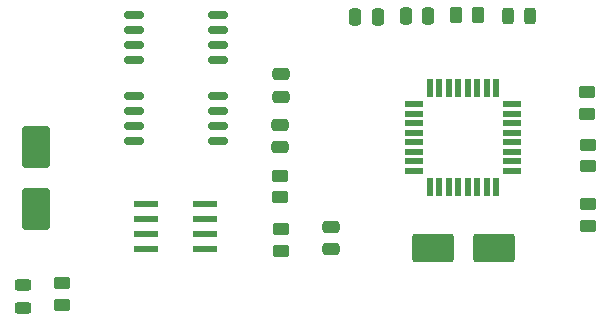
<source format=gbr>
%TF.GenerationSoftware,KiCad,Pcbnew,9.0.2*%
%TF.CreationDate,2025-06-26T23:30:40+05:30*%
%TF.ProjectId,MCU data logger,4d435520-6461-4746-9120-6c6f67676572,VERSION 1*%
%TF.SameCoordinates,Original*%
%TF.FileFunction,Paste,Top*%
%TF.FilePolarity,Positive*%
%FSLAX46Y46*%
G04 Gerber Fmt 4.6, Leading zero omitted, Abs format (unit mm)*
G04 Created by KiCad (PCBNEW 9.0.2) date 2025-06-26 23:30:40*
%MOMM*%
%LPD*%
G01*
G04 APERTURE LIST*
G04 Aperture macros list*
%AMRoundRect*
0 Rectangle with rounded corners*
0 $1 Rounding radius*
0 $2 $3 $4 $5 $6 $7 $8 $9 X,Y pos of 4 corners*
0 Add a 4 corners polygon primitive as box body*
4,1,4,$2,$3,$4,$5,$6,$7,$8,$9,$2,$3,0*
0 Add four circle primitives for the rounded corners*
1,1,$1+$1,$2,$3*
1,1,$1+$1,$4,$5*
1,1,$1+$1,$6,$7*
1,1,$1+$1,$8,$9*
0 Add four rect primitives between the rounded corners*
20,1,$1+$1,$2,$3,$4,$5,0*
20,1,$1+$1,$4,$5,$6,$7,0*
20,1,$1+$1,$6,$7,$8,$9,0*
20,1,$1+$1,$8,$9,$2,$3,0*%
G04 Aperture macros list end*
%ADD10RoundRect,0.243750X0.456250X-0.243750X0.456250X0.243750X-0.456250X0.243750X-0.456250X-0.243750X0*%
%ADD11RoundRect,0.162500X-0.650000X-0.162500X0.650000X-0.162500X0.650000X0.162500X-0.650000X0.162500X0*%
%ADD12RoundRect,0.073750X-0.911250X-0.221250X0.911250X-0.221250X0.911250X0.221250X-0.911250X0.221250X0*%
%ADD13RoundRect,0.250000X0.475000X-0.250000X0.475000X0.250000X-0.475000X0.250000X-0.475000X-0.250000X0*%
%ADD14RoundRect,0.250000X0.450000X-0.262500X0.450000X0.262500X-0.450000X0.262500X-0.450000X-0.262500X0*%
%ADD15RoundRect,0.250000X-0.262500X-0.450000X0.262500X-0.450000X0.262500X0.450000X-0.262500X0.450000X0*%
%ADD16RoundRect,0.250000X-0.250000X-0.475000X0.250000X-0.475000X0.250000X0.475000X-0.250000X0.475000X0*%
%ADD17RoundRect,0.068750X-0.666250X-0.206250X0.666250X-0.206250X0.666250X0.206250X-0.666250X0.206250X0*%
%ADD18RoundRect,0.068750X-0.206250X-0.666250X0.206250X-0.666250X0.206250X0.666250X-0.206250X0.666250X0*%
%ADD19RoundRect,0.243750X-0.243750X-0.456250X0.243750X-0.456250X0.243750X0.456250X-0.243750X0.456250X0*%
%ADD20RoundRect,0.250001X0.949999X-1.499999X0.949999X1.499999X-0.949999X1.499999X-0.949999X-1.499999X0*%
%ADD21RoundRect,0.250001X-1.499999X-0.949999X1.499999X-0.949999X1.499999X0.949999X-1.499999X0.949999X0*%
G04 APERTURE END LIST*
D10*
%TO.C,D2*%
X110960000Y-75625000D03*
X110960000Y-73750000D03*
%TD*%
D11*
%TO.C,U1*%
X120352500Y-50835000D03*
X120352500Y-52105000D03*
X120352500Y-53375000D03*
X120352500Y-54645000D03*
X127527500Y-54645000D03*
X127527500Y-53375000D03*
X127527500Y-52105000D03*
X127527500Y-50835000D03*
%TD*%
D12*
%TO.C,U3*%
X121408100Y-66837000D03*
X121408100Y-68107000D03*
X121408100Y-69377000D03*
X121408100Y-70647000D03*
X126358100Y-70647000D03*
X126358100Y-69377000D03*
X126358100Y-68107000D03*
X126358100Y-66837000D03*
%TD*%
D11*
%TO.C,U2*%
X120352500Y-57685000D03*
X120352500Y-58955000D03*
X120352500Y-60225000D03*
X120352500Y-61495000D03*
X127527500Y-61495000D03*
X127527500Y-60225000D03*
X127527500Y-58955000D03*
X127527500Y-57685000D03*
%TD*%
D13*
%TO.C,C1*%
X137060000Y-70680000D03*
X137060000Y-68780000D03*
%TD*%
D14*
%TO.C,R3*%
X158750000Y-59222500D03*
X158750000Y-57397500D03*
%TD*%
%TO.C,R1*%
X114262000Y-75399100D03*
X114262000Y-73574100D03*
%TD*%
%TO.C,R2*%
X158770000Y-63652500D03*
X158770000Y-61827500D03*
%TD*%
D15*
%TO.C,R4*%
X147640000Y-50880000D03*
X149465000Y-50880000D03*
%TD*%
D16*
%TO.C,C2*%
X139092500Y-51000000D03*
X140992500Y-51000000D03*
%TD*%
D13*
%TO.C,C5*%
X132830000Y-57760000D03*
X132830000Y-55860000D03*
%TD*%
%TO.C,C3*%
X132750000Y-62050000D03*
X132750000Y-60150000D03*
%TD*%
D14*
%TO.C,R7*%
X158820000Y-68692500D03*
X158820000Y-66867500D03*
%TD*%
D17*
%TO.C,U4*%
X144050000Y-58430000D03*
X144050000Y-59230000D03*
X144050000Y-60030000D03*
X144050000Y-60830000D03*
X144050000Y-61630000D03*
X144050000Y-62430000D03*
X144050000Y-63230000D03*
X144050000Y-64030000D03*
D18*
X145420000Y-65400000D03*
X146220000Y-65400000D03*
X147020000Y-65400000D03*
X147820000Y-65400000D03*
X148620000Y-65400000D03*
X149420000Y-65400000D03*
X150220000Y-65400000D03*
X151020000Y-65400000D03*
D17*
X152390000Y-64030000D03*
X152390000Y-63230000D03*
X152390000Y-62430000D03*
X152390000Y-61630000D03*
X152390000Y-60830000D03*
X152390000Y-60030000D03*
X152390000Y-59230000D03*
X152390000Y-58430000D03*
D18*
X151020000Y-57060000D03*
X150220000Y-57060000D03*
X149420000Y-57060000D03*
X148620000Y-57060000D03*
X147820000Y-57060000D03*
X147020000Y-57060000D03*
X146220000Y-57060000D03*
X145420000Y-57060000D03*
%TD*%
D19*
%TO.C,D1*%
X152032500Y-50900000D03*
X153907500Y-50900000D03*
%TD*%
D14*
%TO.C,R5*%
X132750000Y-66282500D03*
X132750000Y-64457500D03*
%TD*%
D16*
%TO.C,C4*%
X143362500Y-50940000D03*
X145262500Y-50940000D03*
%TD*%
D14*
%TO.C,R6*%
X132830000Y-70805000D03*
X132830000Y-68980000D03*
%TD*%
D20*
%TO.C,Y1*%
X112060000Y-67240000D03*
X112060000Y-62040000D03*
%TD*%
D21*
%TO.C,Y2*%
X145690000Y-70600000D03*
X150890000Y-70600000D03*
%TD*%
M02*

</source>
